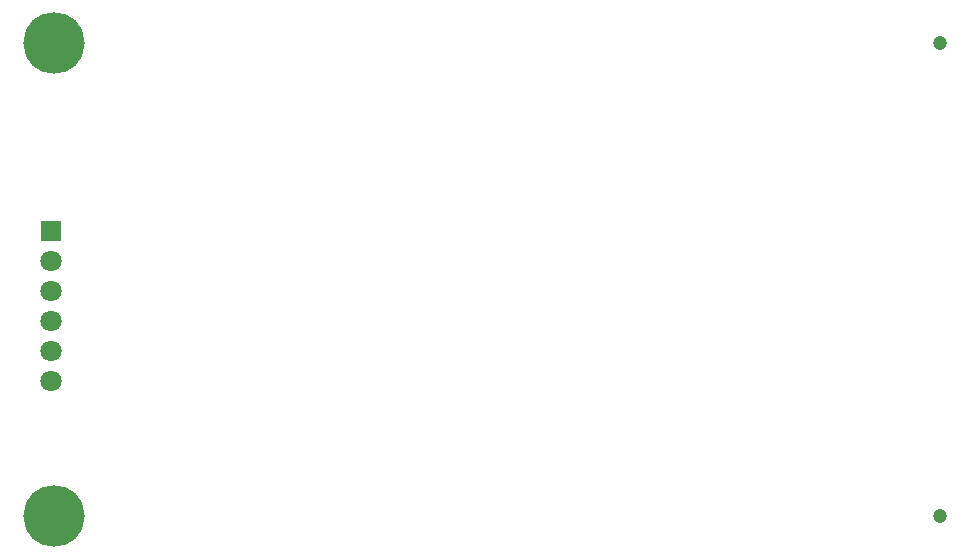
<source format=gbs>
G04*
G04 #@! TF.GenerationSoftware,Altium Limited,Altium Designer,19.0.15 (446)*
G04*
G04 Layer_Color=16711935*
%FSLAX25Y25*%
%MOIN*%
G70*
G01*
G75*
%ADD44C,0.07099*%
%ADD45R,0.07099X0.07099*%
%ADD46C,0.04737*%
%ADD47C,0.20485*%
D44*
X-984Y54961D02*
D03*
Y64961D02*
D03*
X-984Y74961D02*
D03*
X-984Y84961D02*
D03*
X-984Y44961D02*
D03*
D45*
X-984Y94961D02*
D03*
D46*
X295276Y157480D02*
D03*
Y0D02*
D03*
D47*
X0Y157480D02*
D03*
Y0D02*
D03*
M02*

</source>
